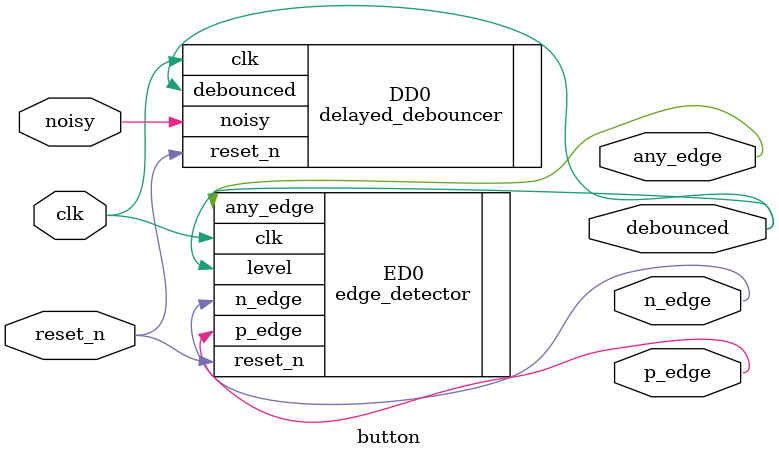
<source format=v>
`timescale 1ns / 1ps


module button(
    input clk, reset_n,
    input noisy,
    output debounced,
    output p_edge, n_edge, any_edge
    );
    
    delayed_debouncer DD0(
        .clk(clk),
        .reset_n(reset_n),
        .noisy(noisy),
        .debounced(debounced)
    );
    edge_detector ED0(
        .clk(clk),
        .reset_n(reset_n),
        .level(debounced),
        .p_edge(p_edge),
        .n_edge(n_edge),
        .any_edge(any_edge)
    );
    
endmodule

</source>
